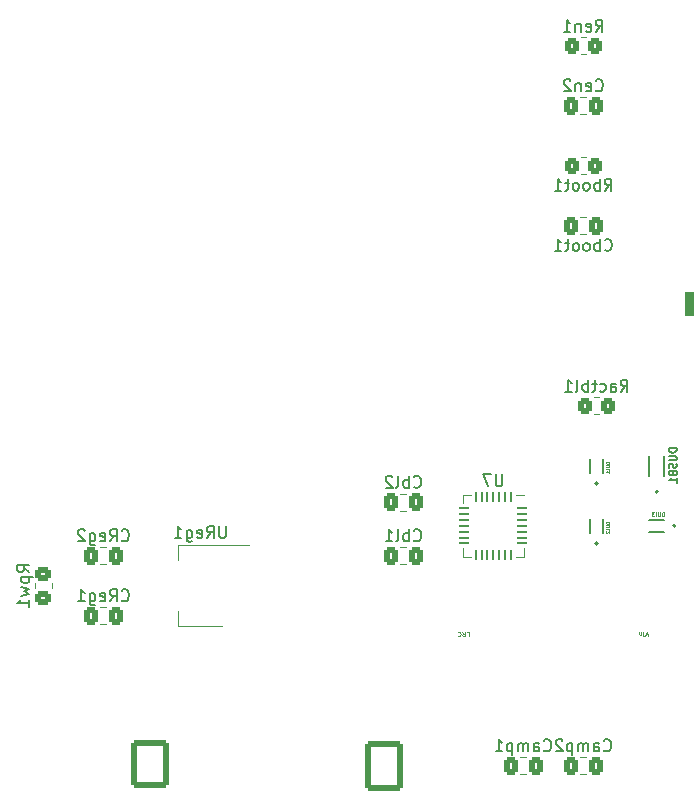
<source format=gbo>
%TF.GenerationSoftware,KiCad,Pcbnew,6.0.2+dfsg-1*%
%TF.CreationDate,2022-10-25T22:12:17-05:00*%
%TF.ProjectId,amiplanta,616d6970-6c61-46e7-9461-2e6b69636164,rev?*%
%TF.SameCoordinates,Original*%
%TF.FileFunction,Legend,Bot*%
%TF.FilePolarity,Positive*%
%FSLAX46Y46*%
G04 Gerber Fmt 4.6, Leading zero omitted, Abs format (unit mm)*
G04 Created by KiCad (PCBNEW 6.0.2+dfsg-1) date 2022-10-25 22:12:17*
%MOMM*%
%LPD*%
G01*
G04 APERTURE LIST*
G04 Aperture macros list*
%AMRoundRect*
0 Rectangle with rounded corners*
0 $1 Rounding radius*
0 $2 $3 $4 $5 $6 $7 $8 $9 X,Y pos of 4 corners*
0 Add a 4 corners polygon primitive as box body*
4,1,4,$2,$3,$4,$5,$6,$7,$8,$9,$2,$3,0*
0 Add four circle primitives for the rounded corners*
1,1,$1+$1,$2,$3*
1,1,$1+$1,$4,$5*
1,1,$1+$1,$6,$7*
1,1,$1+$1,$8,$9*
0 Add four rect primitives between the rounded corners*
20,1,$1+$1,$2,$3,$4,$5,0*
20,1,$1+$1,$4,$5,$6,$7,0*
20,1,$1+$1,$6,$7,$8,$9,0*
20,1,$1+$1,$8,$9,$2,$3,0*%
G04 Aperture macros list end*
%ADD10C,0.100000*%
%ADD11C,0.025000*%
%ADD12C,0.150000*%
%ADD13C,0.080000*%
%ADD14C,0.120000*%
%ADD15C,0.127000*%
%ADD16C,0.200000*%
%ADD17RoundRect,0.250000X1.800000X-1.330000X1.800000X1.330000X-1.800000X1.330000X-1.800000X-1.330000X0*%
%ADD18O,4.100000X3.160000*%
%ADD19C,3.810000*%
%ADD20C,1.500000*%
%ADD21R,3.500000X3.500000*%
%ADD22RoundRect,0.750000X-0.750000X-1.000000X0.750000X-1.000000X0.750000X1.000000X-0.750000X1.000000X0*%
%ADD23RoundRect,0.875000X-0.875000X-0.875000X0.875000X-0.875000X0.875000X0.875000X-0.875000X0.875000X0*%
%ADD24O,0.800000X0.800000*%
%ADD25O,1.800000X1.150000*%
%ADD26O,2.000000X1.450000*%
%ADD27R,1.700000X1.700000*%
%ADD28O,1.700000X1.700000*%
%ADD29C,7.400000*%
%ADD30RoundRect,0.250000X1.330000X1.850000X-1.330000X1.850000X-1.330000X-1.850000X1.330000X-1.850000X0*%
%ADD31O,3.160000X4.200000*%
%ADD32RoundRect,0.250000X1.330000X1.800000X-1.330000X1.800000X-1.330000X-1.800000X1.330000X-1.800000X0*%
%ADD33O,3.160000X4.100000*%
%ADD34R,2.000000X1.500000*%
%ADD35R,2.000000X3.800000*%
%ADD36R,0.460000X1.040000*%
%ADD37RoundRect,0.250000X0.337500X0.475000X-0.337500X0.475000X-0.337500X-0.475000X0.337500X-0.475000X0*%
%ADD38RoundRect,0.250000X0.350000X0.450000X-0.350000X0.450000X-0.350000X-0.450000X0.350000X-0.450000X0*%
%ADD39RoundRect,0.250000X-0.450000X0.350000X-0.450000X-0.350000X0.450000X-0.350000X0.450000X0.350000X0*%
%ADD40R,0.400000X0.480000*%
%ADD41R,0.480000X0.400000*%
%ADD42RoundRect,0.062500X0.337500X0.062500X-0.337500X0.062500X-0.337500X-0.062500X0.337500X-0.062500X0*%
%ADD43RoundRect,0.062500X0.062500X0.337500X-0.062500X0.337500X-0.062500X-0.337500X0.062500X-0.337500X0*%
%ADD44R,3.350000X3.350000*%
%ADD45RoundRect,0.250000X-0.337500X-0.475000X0.337500X-0.475000X0.337500X0.475000X-0.337500X0.475000X0*%
%ADD46RoundRect,0.250000X-0.350000X-0.450000X0.350000X-0.450000X0.350000X0.450000X-0.350000X0.450000X0*%
G04 APERTURE END LIST*
D10*
%TO.C,U2*%
X79016190Y-92783047D02*
X79206666Y-92783047D01*
X79206666Y-93183047D01*
X78654285Y-92783047D02*
X78787619Y-92973523D01*
X78882857Y-92783047D02*
X78882857Y-93183047D01*
X78730476Y-93183047D01*
X78692380Y-93164000D01*
X78673333Y-93144952D01*
X78654285Y-93106857D01*
X78654285Y-93049714D01*
X78673333Y-93011619D01*
X78692380Y-92992571D01*
X78730476Y-92973523D01*
X78882857Y-92973523D01*
X78254285Y-92821142D02*
X78273333Y-92802095D01*
X78330476Y-92783047D01*
X78368571Y-92783047D01*
X78425714Y-92802095D01*
X78463809Y-92840190D01*
X78482857Y-92878285D01*
X78501904Y-92954476D01*
X78501904Y-93011619D01*
X78482857Y-93087809D01*
X78463809Y-93125904D01*
X78425714Y-93164000D01*
X78368571Y-93183047D01*
X78330476Y-93183047D01*
X78273333Y-93164000D01*
X78254285Y-93144952D01*
D11*
X94389523Y-93183047D02*
X94256190Y-92783047D01*
X94122857Y-93183047D01*
X93989523Y-92783047D02*
X93989523Y-93049714D01*
X93989523Y-93183047D02*
X94008571Y-93164000D01*
X93989523Y-93144952D01*
X93970476Y-93164000D01*
X93989523Y-93183047D01*
X93989523Y-93144952D01*
X93799047Y-93049714D02*
X93799047Y-92783047D01*
X93799047Y-93011619D02*
X93780000Y-93030666D01*
X93741904Y-93049714D01*
X93684761Y-93049714D01*
X93646666Y-93030666D01*
X93627619Y-92992571D01*
X93627619Y-92783047D01*
D12*
%TO.C,UReg1*%
X58632857Y-83852380D02*
X58632857Y-84661904D01*
X58585238Y-84757142D01*
X58537619Y-84804761D01*
X58442380Y-84852380D01*
X58251904Y-84852380D01*
X58156666Y-84804761D01*
X58109047Y-84757142D01*
X58061428Y-84661904D01*
X58061428Y-83852380D01*
X57013809Y-84852380D02*
X57347142Y-84376190D01*
X57585238Y-84852380D02*
X57585238Y-83852380D01*
X57204285Y-83852380D01*
X57109047Y-83900000D01*
X57061428Y-83947619D01*
X57013809Y-84042857D01*
X57013809Y-84185714D01*
X57061428Y-84280952D01*
X57109047Y-84328571D01*
X57204285Y-84376190D01*
X57585238Y-84376190D01*
X56204285Y-84804761D02*
X56299523Y-84852380D01*
X56490000Y-84852380D01*
X56585238Y-84804761D01*
X56632857Y-84709523D01*
X56632857Y-84328571D01*
X56585238Y-84233333D01*
X56490000Y-84185714D01*
X56299523Y-84185714D01*
X56204285Y-84233333D01*
X56156666Y-84328571D01*
X56156666Y-84423809D01*
X56632857Y-84519047D01*
X55299523Y-84185714D02*
X55299523Y-84995238D01*
X55347142Y-85090476D01*
X55394761Y-85138095D01*
X55490000Y-85185714D01*
X55632857Y-85185714D01*
X55728095Y-85138095D01*
X55299523Y-84804761D02*
X55394761Y-84852380D01*
X55585238Y-84852380D01*
X55680476Y-84804761D01*
X55728095Y-84757142D01*
X55775714Y-84661904D01*
X55775714Y-84376190D01*
X55728095Y-84280952D01*
X55680476Y-84233333D01*
X55585238Y-84185714D01*
X55394761Y-84185714D01*
X55299523Y-84233333D01*
X54299523Y-84852380D02*
X54870952Y-84852380D01*
X54585238Y-84852380D02*
X54585238Y-83852380D01*
X54680476Y-83995238D01*
X54775714Y-84090476D01*
X54870952Y-84138095D01*
%TO.C,DUSB1*%
X96788223Y-77275619D02*
X96148223Y-77275619D01*
X96148223Y-77428000D01*
X96178700Y-77519428D01*
X96239652Y-77580380D01*
X96300604Y-77610857D01*
X96422509Y-77641333D01*
X96513938Y-77641333D01*
X96635842Y-77610857D01*
X96696795Y-77580380D01*
X96757747Y-77519428D01*
X96788223Y-77428000D01*
X96788223Y-77275619D01*
X96148223Y-77915619D02*
X96666319Y-77915619D01*
X96727271Y-77946095D01*
X96757747Y-77976571D01*
X96788223Y-78037523D01*
X96788223Y-78159428D01*
X96757747Y-78220380D01*
X96727271Y-78250857D01*
X96666319Y-78281333D01*
X96148223Y-78281333D01*
X96757747Y-78555619D02*
X96788223Y-78647047D01*
X96788223Y-78799428D01*
X96757747Y-78860380D01*
X96727271Y-78890857D01*
X96666319Y-78921333D01*
X96605366Y-78921333D01*
X96544414Y-78890857D01*
X96513938Y-78860380D01*
X96483461Y-78799428D01*
X96452985Y-78677523D01*
X96422509Y-78616571D01*
X96392033Y-78586095D01*
X96331080Y-78555619D01*
X96270128Y-78555619D01*
X96209176Y-78586095D01*
X96178700Y-78616571D01*
X96148223Y-78677523D01*
X96148223Y-78829904D01*
X96178700Y-78921333D01*
X96452985Y-79408952D02*
X96483461Y-79500380D01*
X96513938Y-79530857D01*
X96574890Y-79561333D01*
X96666319Y-79561333D01*
X96727271Y-79530857D01*
X96757747Y-79500380D01*
X96788223Y-79439428D01*
X96788223Y-79195619D01*
X96148223Y-79195619D01*
X96148223Y-79408952D01*
X96178700Y-79469904D01*
X96209176Y-79500380D01*
X96270128Y-79530857D01*
X96331080Y-79530857D01*
X96392033Y-79500380D01*
X96422509Y-79469904D01*
X96452985Y-79408952D01*
X96452985Y-79195619D01*
X96788223Y-80170857D02*
X96788223Y-79805142D01*
X96788223Y-79988000D02*
X96148223Y-79988000D01*
X96239652Y-79927047D01*
X96300604Y-79866095D01*
X96331080Y-79805142D01*
%TO.C,Cbl2*%
X74540952Y-80507142D02*
X74588571Y-80554761D01*
X74731428Y-80602380D01*
X74826666Y-80602380D01*
X74969523Y-80554761D01*
X75064761Y-80459523D01*
X75112380Y-80364285D01*
X75160000Y-80173809D01*
X75160000Y-80030952D01*
X75112380Y-79840476D01*
X75064761Y-79745238D01*
X74969523Y-79650000D01*
X74826666Y-79602380D01*
X74731428Y-79602380D01*
X74588571Y-79650000D01*
X74540952Y-79697619D01*
X74112380Y-80602380D02*
X74112380Y-79602380D01*
X74112380Y-79983333D02*
X74017142Y-79935714D01*
X73826666Y-79935714D01*
X73731428Y-79983333D01*
X73683809Y-80030952D01*
X73636190Y-80126190D01*
X73636190Y-80411904D01*
X73683809Y-80507142D01*
X73731428Y-80554761D01*
X73826666Y-80602380D01*
X74017142Y-80602380D01*
X74112380Y-80554761D01*
X73064761Y-80602380D02*
X73160000Y-80554761D01*
X73207619Y-80459523D01*
X73207619Y-79602380D01*
X72731428Y-79697619D02*
X72683809Y-79650000D01*
X72588571Y-79602380D01*
X72350476Y-79602380D01*
X72255238Y-79650000D01*
X72207619Y-79697619D01*
X72160000Y-79792857D01*
X72160000Y-79888095D01*
X72207619Y-80030952D01*
X72779047Y-80602380D01*
X72160000Y-80602380D01*
%TO.C,Ractbl1*%
X92059919Y-72462380D02*
X92393252Y-71986190D01*
X92631347Y-72462380D02*
X92631347Y-71462380D01*
X92250395Y-71462380D01*
X92155157Y-71510000D01*
X92107538Y-71557619D01*
X92059919Y-71652857D01*
X92059919Y-71795714D01*
X92107538Y-71890952D01*
X92155157Y-71938571D01*
X92250395Y-71986190D01*
X92631347Y-71986190D01*
X91202776Y-72462380D02*
X91202776Y-71938571D01*
X91250395Y-71843333D01*
X91345633Y-71795714D01*
X91536109Y-71795714D01*
X91631347Y-71843333D01*
X91202776Y-72414761D02*
X91298014Y-72462380D01*
X91536109Y-72462380D01*
X91631347Y-72414761D01*
X91678966Y-72319523D01*
X91678966Y-72224285D01*
X91631347Y-72129047D01*
X91536109Y-72081428D01*
X91298014Y-72081428D01*
X91202776Y-72033809D01*
X90298014Y-72414761D02*
X90393252Y-72462380D01*
X90583728Y-72462380D01*
X90678966Y-72414761D01*
X90726585Y-72367142D01*
X90774204Y-72271904D01*
X90774204Y-71986190D01*
X90726585Y-71890952D01*
X90678966Y-71843333D01*
X90583728Y-71795714D01*
X90393252Y-71795714D01*
X90298014Y-71843333D01*
X90012300Y-71795714D02*
X89631347Y-71795714D01*
X89869442Y-71462380D02*
X89869442Y-72319523D01*
X89821823Y-72414761D01*
X89726585Y-72462380D01*
X89631347Y-72462380D01*
X89298014Y-72462380D02*
X89298014Y-71462380D01*
X89298014Y-71843333D02*
X89202776Y-71795714D01*
X89012300Y-71795714D01*
X88917061Y-71843333D01*
X88869442Y-71890952D01*
X88821823Y-71986190D01*
X88821823Y-72271904D01*
X88869442Y-72367142D01*
X88917061Y-72414761D01*
X89012300Y-72462380D01*
X89202776Y-72462380D01*
X89298014Y-72414761D01*
X88250395Y-72462380D02*
X88345633Y-72414761D01*
X88393252Y-72319523D01*
X88393252Y-71462380D01*
X87345633Y-72462380D02*
X87917061Y-72462380D01*
X87631347Y-72462380D02*
X87631347Y-71462380D01*
X87726585Y-71605238D01*
X87821823Y-71700476D01*
X87917061Y-71748095D01*
%TO.C,Rpw1*%
X41982380Y-87757142D02*
X41506190Y-87423809D01*
X41982380Y-87185714D02*
X40982380Y-87185714D01*
X40982380Y-87566666D01*
X41030000Y-87661904D01*
X41077619Y-87709523D01*
X41172857Y-87757142D01*
X41315714Y-87757142D01*
X41410952Y-87709523D01*
X41458571Y-87661904D01*
X41506190Y-87566666D01*
X41506190Y-87185714D01*
X41315714Y-88185714D02*
X42315714Y-88185714D01*
X41363333Y-88185714D02*
X41315714Y-88280952D01*
X41315714Y-88471428D01*
X41363333Y-88566666D01*
X41410952Y-88614285D01*
X41506190Y-88661904D01*
X41791904Y-88661904D01*
X41887142Y-88614285D01*
X41934761Y-88566666D01*
X41982380Y-88471428D01*
X41982380Y-88280952D01*
X41934761Y-88185714D01*
X41315714Y-88995238D02*
X41982380Y-89185714D01*
X41506190Y-89376190D01*
X41982380Y-89566666D01*
X41315714Y-89757142D01*
X41982380Y-90661904D02*
X41982380Y-90090476D01*
X41982380Y-90376190D02*
X40982380Y-90376190D01*
X41125238Y-90280952D01*
X41220476Y-90185714D01*
X41268095Y-90090476D01*
D13*
%TO.C,DUl2*%
X91110261Y-83466380D02*
X90790261Y-83466380D01*
X90790261Y-83542571D01*
X90805500Y-83588285D01*
X90835976Y-83618761D01*
X90866452Y-83634000D01*
X90927404Y-83649238D01*
X90973119Y-83649238D01*
X91034071Y-83634000D01*
X91064547Y-83618761D01*
X91095023Y-83588285D01*
X91110261Y-83542571D01*
X91110261Y-83466380D01*
X90790261Y-83786380D02*
X91049309Y-83786380D01*
X91079785Y-83801619D01*
X91095023Y-83816857D01*
X91110261Y-83847333D01*
X91110261Y-83908285D01*
X91095023Y-83938761D01*
X91079785Y-83954000D01*
X91049309Y-83969238D01*
X90790261Y-83969238D01*
X91110261Y-84167333D02*
X91095023Y-84136857D01*
X91064547Y-84121619D01*
X90790261Y-84121619D01*
X90820738Y-84274000D02*
X90805500Y-84289238D01*
X90790261Y-84319714D01*
X90790261Y-84395904D01*
X90805500Y-84426380D01*
X90820738Y-84441619D01*
X90851214Y-84456857D01*
X90881690Y-84456857D01*
X90927404Y-84441619D01*
X91110261Y-84258761D01*
X91110261Y-84456857D01*
%TO.C,DUl3*%
X95713919Y-83011561D02*
X95713919Y-82691561D01*
X95637728Y-82691561D01*
X95592014Y-82706800D01*
X95561538Y-82737276D01*
X95546300Y-82767752D01*
X95531061Y-82828704D01*
X95531061Y-82874419D01*
X95546300Y-82935371D01*
X95561538Y-82965847D01*
X95592014Y-82996323D01*
X95637728Y-83011561D01*
X95713919Y-83011561D01*
X95393919Y-82691561D02*
X95393919Y-82950609D01*
X95378680Y-82981085D01*
X95363442Y-82996323D01*
X95332966Y-83011561D01*
X95272014Y-83011561D01*
X95241538Y-82996323D01*
X95226300Y-82981085D01*
X95211061Y-82950609D01*
X95211061Y-82691561D01*
X95012966Y-83011561D02*
X95043442Y-82996323D01*
X95058680Y-82965847D01*
X95058680Y-82691561D01*
X94921538Y-82691561D02*
X94723442Y-82691561D01*
X94830109Y-82813466D01*
X94784395Y-82813466D01*
X94753919Y-82828704D01*
X94738680Y-82843942D01*
X94723442Y-82874419D01*
X94723442Y-82950609D01*
X94738680Y-82981085D01*
X94753919Y-82996323D01*
X94784395Y-83011561D01*
X94875823Y-83011561D01*
X94906300Y-82996323D01*
X94921538Y-82981085D01*
%TO.C,DUl1*%
X91110261Y-78386380D02*
X90790261Y-78386380D01*
X90790261Y-78462571D01*
X90805500Y-78508285D01*
X90835976Y-78538761D01*
X90866452Y-78554000D01*
X90927404Y-78569238D01*
X90973119Y-78569238D01*
X91034071Y-78554000D01*
X91064547Y-78538761D01*
X91095023Y-78508285D01*
X91110261Y-78462571D01*
X91110261Y-78386380D01*
X90790261Y-78706380D02*
X91049309Y-78706380D01*
X91079785Y-78721619D01*
X91095023Y-78736857D01*
X91110261Y-78767333D01*
X91110261Y-78828285D01*
X91095023Y-78858761D01*
X91079785Y-78874000D01*
X91049309Y-78889238D01*
X90790261Y-78889238D01*
X91110261Y-79087333D02*
X91095023Y-79056857D01*
X91064547Y-79041619D01*
X90790261Y-79041619D01*
X91110261Y-79376857D02*
X91110261Y-79194000D01*
X91110261Y-79285428D02*
X90790261Y-79285428D01*
X90835976Y-79254952D01*
X90866452Y-79224476D01*
X90881690Y-79194000D01*
D12*
%TO.C,U7*%
X82041904Y-79472380D02*
X82041904Y-80281904D01*
X81994285Y-80377142D01*
X81946666Y-80424761D01*
X81851428Y-80472380D01*
X81660952Y-80472380D01*
X81565714Y-80424761D01*
X81518095Y-80377142D01*
X81470476Y-80281904D01*
X81470476Y-79472380D01*
X81089523Y-79472380D02*
X80422857Y-79472380D01*
X80851428Y-80472380D01*
%TO.C,CReg2*%
X49807619Y-85037142D02*
X49855238Y-85084761D01*
X49998095Y-85132380D01*
X50093333Y-85132380D01*
X50236190Y-85084761D01*
X50331428Y-84989523D01*
X50379047Y-84894285D01*
X50426666Y-84703809D01*
X50426666Y-84560952D01*
X50379047Y-84370476D01*
X50331428Y-84275238D01*
X50236190Y-84180000D01*
X50093333Y-84132380D01*
X49998095Y-84132380D01*
X49855238Y-84180000D01*
X49807619Y-84227619D01*
X48807619Y-85132380D02*
X49140952Y-84656190D01*
X49379047Y-85132380D02*
X49379047Y-84132380D01*
X48998095Y-84132380D01*
X48902857Y-84180000D01*
X48855238Y-84227619D01*
X48807619Y-84322857D01*
X48807619Y-84465714D01*
X48855238Y-84560952D01*
X48902857Y-84608571D01*
X48998095Y-84656190D01*
X49379047Y-84656190D01*
X47998095Y-85084761D02*
X48093333Y-85132380D01*
X48283809Y-85132380D01*
X48379047Y-85084761D01*
X48426666Y-84989523D01*
X48426666Y-84608571D01*
X48379047Y-84513333D01*
X48283809Y-84465714D01*
X48093333Y-84465714D01*
X47998095Y-84513333D01*
X47950476Y-84608571D01*
X47950476Y-84703809D01*
X48426666Y-84799047D01*
X47093333Y-84465714D02*
X47093333Y-85275238D01*
X47140952Y-85370476D01*
X47188571Y-85418095D01*
X47283809Y-85465714D01*
X47426666Y-85465714D01*
X47521904Y-85418095D01*
X47093333Y-85084761D02*
X47188571Y-85132380D01*
X47379047Y-85132380D01*
X47474285Y-85084761D01*
X47521904Y-85037142D01*
X47569523Y-84941904D01*
X47569523Y-84656190D01*
X47521904Y-84560952D01*
X47474285Y-84513333D01*
X47379047Y-84465714D01*
X47188571Y-84465714D01*
X47093333Y-84513333D01*
X46664761Y-84227619D02*
X46617142Y-84180000D01*
X46521904Y-84132380D01*
X46283809Y-84132380D01*
X46188571Y-84180000D01*
X46140952Y-84227619D01*
X46093333Y-84322857D01*
X46093333Y-84418095D01*
X46140952Y-84560952D01*
X46712380Y-85132380D01*
X46093333Y-85132380D01*
%TO.C,Cen2*%
X89947619Y-46937142D02*
X89995238Y-46984761D01*
X90138095Y-47032380D01*
X90233333Y-47032380D01*
X90376190Y-46984761D01*
X90471428Y-46889523D01*
X90519047Y-46794285D01*
X90566666Y-46603809D01*
X90566666Y-46460952D01*
X90519047Y-46270476D01*
X90471428Y-46175238D01*
X90376190Y-46080000D01*
X90233333Y-46032380D01*
X90138095Y-46032380D01*
X89995238Y-46080000D01*
X89947619Y-46127619D01*
X89138095Y-46984761D02*
X89233333Y-47032380D01*
X89423809Y-47032380D01*
X89519047Y-46984761D01*
X89566666Y-46889523D01*
X89566666Y-46508571D01*
X89519047Y-46413333D01*
X89423809Y-46365714D01*
X89233333Y-46365714D01*
X89138095Y-46413333D01*
X89090476Y-46508571D01*
X89090476Y-46603809D01*
X89566666Y-46699047D01*
X88661904Y-46365714D02*
X88661904Y-47032380D01*
X88661904Y-46460952D02*
X88614285Y-46413333D01*
X88519047Y-46365714D01*
X88376190Y-46365714D01*
X88280952Y-46413333D01*
X88233333Y-46508571D01*
X88233333Y-47032380D01*
X87804761Y-46127619D02*
X87757142Y-46080000D01*
X87661904Y-46032380D01*
X87423809Y-46032380D01*
X87328571Y-46080000D01*
X87280952Y-46127619D01*
X87233333Y-46222857D01*
X87233333Y-46318095D01*
X87280952Y-46460952D01*
X87852380Y-47032380D01*
X87233333Y-47032380D01*
%TO.C,Cboot1*%
X90709523Y-60457142D02*
X90757142Y-60504761D01*
X90900000Y-60552380D01*
X90995238Y-60552380D01*
X91138095Y-60504761D01*
X91233333Y-60409523D01*
X91280952Y-60314285D01*
X91328571Y-60123809D01*
X91328571Y-59980952D01*
X91280952Y-59790476D01*
X91233333Y-59695238D01*
X91138095Y-59600000D01*
X90995238Y-59552380D01*
X90900000Y-59552380D01*
X90757142Y-59600000D01*
X90709523Y-59647619D01*
X90280952Y-60552380D02*
X90280952Y-59552380D01*
X90280952Y-59933333D02*
X90185714Y-59885714D01*
X89995238Y-59885714D01*
X89900000Y-59933333D01*
X89852380Y-59980952D01*
X89804761Y-60076190D01*
X89804761Y-60361904D01*
X89852380Y-60457142D01*
X89900000Y-60504761D01*
X89995238Y-60552380D01*
X90185714Y-60552380D01*
X90280952Y-60504761D01*
X89233333Y-60552380D02*
X89328571Y-60504761D01*
X89376190Y-60457142D01*
X89423809Y-60361904D01*
X89423809Y-60076190D01*
X89376190Y-59980952D01*
X89328571Y-59933333D01*
X89233333Y-59885714D01*
X89090476Y-59885714D01*
X88995238Y-59933333D01*
X88947619Y-59980952D01*
X88900000Y-60076190D01*
X88900000Y-60361904D01*
X88947619Y-60457142D01*
X88995238Y-60504761D01*
X89090476Y-60552380D01*
X89233333Y-60552380D01*
X88328571Y-60552380D02*
X88423809Y-60504761D01*
X88471428Y-60457142D01*
X88519047Y-60361904D01*
X88519047Y-60076190D01*
X88471428Y-59980952D01*
X88423809Y-59933333D01*
X88328571Y-59885714D01*
X88185714Y-59885714D01*
X88090476Y-59933333D01*
X88042857Y-59980952D01*
X87995238Y-60076190D01*
X87995238Y-60361904D01*
X88042857Y-60457142D01*
X88090476Y-60504761D01*
X88185714Y-60552380D01*
X88328571Y-60552380D01*
X87709523Y-59885714D02*
X87328571Y-59885714D01*
X87566666Y-59552380D02*
X87566666Y-60409523D01*
X87519047Y-60504761D01*
X87423809Y-60552380D01*
X87328571Y-60552380D01*
X86471428Y-60552380D02*
X87042857Y-60552380D01*
X86757142Y-60552380D02*
X86757142Y-59552380D01*
X86852380Y-59695238D01*
X86947619Y-59790476D01*
X87042857Y-59838095D01*
%TO.C,Camp1*%
X85558095Y-102817142D02*
X85605714Y-102864761D01*
X85748571Y-102912380D01*
X85843809Y-102912380D01*
X85986666Y-102864761D01*
X86081904Y-102769523D01*
X86129523Y-102674285D01*
X86177142Y-102483809D01*
X86177142Y-102340952D01*
X86129523Y-102150476D01*
X86081904Y-102055238D01*
X85986666Y-101960000D01*
X85843809Y-101912380D01*
X85748571Y-101912380D01*
X85605714Y-101960000D01*
X85558095Y-102007619D01*
X84700952Y-102912380D02*
X84700952Y-102388571D01*
X84748571Y-102293333D01*
X84843809Y-102245714D01*
X85034285Y-102245714D01*
X85129523Y-102293333D01*
X84700952Y-102864761D02*
X84796190Y-102912380D01*
X85034285Y-102912380D01*
X85129523Y-102864761D01*
X85177142Y-102769523D01*
X85177142Y-102674285D01*
X85129523Y-102579047D01*
X85034285Y-102531428D01*
X84796190Y-102531428D01*
X84700952Y-102483809D01*
X84224761Y-102912380D02*
X84224761Y-102245714D01*
X84224761Y-102340952D02*
X84177142Y-102293333D01*
X84081904Y-102245714D01*
X83939047Y-102245714D01*
X83843809Y-102293333D01*
X83796190Y-102388571D01*
X83796190Y-102912380D01*
X83796190Y-102388571D02*
X83748571Y-102293333D01*
X83653333Y-102245714D01*
X83510476Y-102245714D01*
X83415238Y-102293333D01*
X83367619Y-102388571D01*
X83367619Y-102912380D01*
X82891428Y-102245714D02*
X82891428Y-103245714D01*
X82891428Y-102293333D02*
X82796190Y-102245714D01*
X82605714Y-102245714D01*
X82510476Y-102293333D01*
X82462857Y-102340952D01*
X82415238Y-102436190D01*
X82415238Y-102721904D01*
X82462857Y-102817142D01*
X82510476Y-102864761D01*
X82605714Y-102912380D01*
X82796190Y-102912380D01*
X82891428Y-102864761D01*
X81462857Y-102912380D02*
X82034285Y-102912380D01*
X81748571Y-102912380D02*
X81748571Y-101912380D01*
X81843809Y-102055238D01*
X81939047Y-102150476D01*
X82034285Y-102198095D01*
%TO.C,Ren1*%
X89947619Y-41982380D02*
X90280952Y-41506190D01*
X90519047Y-41982380D02*
X90519047Y-40982380D01*
X90138095Y-40982380D01*
X90042857Y-41030000D01*
X89995238Y-41077619D01*
X89947619Y-41172857D01*
X89947619Y-41315714D01*
X89995238Y-41410952D01*
X90042857Y-41458571D01*
X90138095Y-41506190D01*
X90519047Y-41506190D01*
X89138095Y-41934761D02*
X89233333Y-41982380D01*
X89423809Y-41982380D01*
X89519047Y-41934761D01*
X89566666Y-41839523D01*
X89566666Y-41458571D01*
X89519047Y-41363333D01*
X89423809Y-41315714D01*
X89233333Y-41315714D01*
X89138095Y-41363333D01*
X89090476Y-41458571D01*
X89090476Y-41553809D01*
X89566666Y-41649047D01*
X88661904Y-41315714D02*
X88661904Y-41982380D01*
X88661904Y-41410952D02*
X88614285Y-41363333D01*
X88519047Y-41315714D01*
X88376190Y-41315714D01*
X88280952Y-41363333D01*
X88233333Y-41458571D01*
X88233333Y-41982380D01*
X87233333Y-41982380D02*
X87804761Y-41982380D01*
X87519047Y-41982380D02*
X87519047Y-40982380D01*
X87614285Y-41125238D01*
X87709523Y-41220476D01*
X87804761Y-41268095D01*
%TO.C,Cbl1*%
X74540952Y-85037142D02*
X74588571Y-85084761D01*
X74731428Y-85132380D01*
X74826666Y-85132380D01*
X74969523Y-85084761D01*
X75064761Y-84989523D01*
X75112380Y-84894285D01*
X75160000Y-84703809D01*
X75160000Y-84560952D01*
X75112380Y-84370476D01*
X75064761Y-84275238D01*
X74969523Y-84180000D01*
X74826666Y-84132380D01*
X74731428Y-84132380D01*
X74588571Y-84180000D01*
X74540952Y-84227619D01*
X74112380Y-85132380D02*
X74112380Y-84132380D01*
X74112380Y-84513333D02*
X74017142Y-84465714D01*
X73826666Y-84465714D01*
X73731428Y-84513333D01*
X73683809Y-84560952D01*
X73636190Y-84656190D01*
X73636190Y-84941904D01*
X73683809Y-85037142D01*
X73731428Y-85084761D01*
X73826666Y-85132380D01*
X74017142Y-85132380D01*
X74112380Y-85084761D01*
X73064761Y-85132380D02*
X73160000Y-85084761D01*
X73207619Y-84989523D01*
X73207619Y-84132380D01*
X72160000Y-85132380D02*
X72731428Y-85132380D01*
X72445714Y-85132380D02*
X72445714Y-84132380D01*
X72540952Y-84275238D01*
X72636190Y-84370476D01*
X72731428Y-84418095D01*
%TO.C,Rboot1*%
X90709523Y-55442380D02*
X91042857Y-54966190D01*
X91280952Y-55442380D02*
X91280952Y-54442380D01*
X90900000Y-54442380D01*
X90804761Y-54490000D01*
X90757142Y-54537619D01*
X90709523Y-54632857D01*
X90709523Y-54775714D01*
X90757142Y-54870952D01*
X90804761Y-54918571D01*
X90900000Y-54966190D01*
X91280952Y-54966190D01*
X90280952Y-55442380D02*
X90280952Y-54442380D01*
X90280952Y-54823333D02*
X90185714Y-54775714D01*
X89995238Y-54775714D01*
X89900000Y-54823333D01*
X89852380Y-54870952D01*
X89804761Y-54966190D01*
X89804761Y-55251904D01*
X89852380Y-55347142D01*
X89900000Y-55394761D01*
X89995238Y-55442380D01*
X90185714Y-55442380D01*
X90280952Y-55394761D01*
X89233333Y-55442380D02*
X89328571Y-55394761D01*
X89376190Y-55347142D01*
X89423809Y-55251904D01*
X89423809Y-54966190D01*
X89376190Y-54870952D01*
X89328571Y-54823333D01*
X89233333Y-54775714D01*
X89090476Y-54775714D01*
X88995238Y-54823333D01*
X88947619Y-54870952D01*
X88900000Y-54966190D01*
X88900000Y-55251904D01*
X88947619Y-55347142D01*
X88995238Y-55394761D01*
X89090476Y-55442380D01*
X89233333Y-55442380D01*
X88328571Y-55442380D02*
X88423809Y-55394761D01*
X88471428Y-55347142D01*
X88519047Y-55251904D01*
X88519047Y-54966190D01*
X88471428Y-54870952D01*
X88423809Y-54823333D01*
X88328571Y-54775714D01*
X88185714Y-54775714D01*
X88090476Y-54823333D01*
X88042857Y-54870952D01*
X87995238Y-54966190D01*
X87995238Y-55251904D01*
X88042857Y-55347142D01*
X88090476Y-55394761D01*
X88185714Y-55442380D01*
X88328571Y-55442380D01*
X87709523Y-54775714D02*
X87328571Y-54775714D01*
X87566666Y-54442380D02*
X87566666Y-55299523D01*
X87519047Y-55394761D01*
X87423809Y-55442380D01*
X87328571Y-55442380D01*
X86471428Y-55442380D02*
X87042857Y-55442380D01*
X86757142Y-55442380D02*
X86757142Y-54442380D01*
X86852380Y-54585238D01*
X86947619Y-54680476D01*
X87042857Y-54728095D01*
%TO.C,CReg1*%
X49807619Y-90117142D02*
X49855238Y-90164761D01*
X49998095Y-90212380D01*
X50093333Y-90212380D01*
X50236190Y-90164761D01*
X50331428Y-90069523D01*
X50379047Y-89974285D01*
X50426666Y-89783809D01*
X50426666Y-89640952D01*
X50379047Y-89450476D01*
X50331428Y-89355238D01*
X50236190Y-89260000D01*
X50093333Y-89212380D01*
X49998095Y-89212380D01*
X49855238Y-89260000D01*
X49807619Y-89307619D01*
X48807619Y-90212380D02*
X49140952Y-89736190D01*
X49379047Y-90212380D02*
X49379047Y-89212380D01*
X48998095Y-89212380D01*
X48902857Y-89260000D01*
X48855238Y-89307619D01*
X48807619Y-89402857D01*
X48807619Y-89545714D01*
X48855238Y-89640952D01*
X48902857Y-89688571D01*
X48998095Y-89736190D01*
X49379047Y-89736190D01*
X47998095Y-90164761D02*
X48093333Y-90212380D01*
X48283809Y-90212380D01*
X48379047Y-90164761D01*
X48426666Y-90069523D01*
X48426666Y-89688571D01*
X48379047Y-89593333D01*
X48283809Y-89545714D01*
X48093333Y-89545714D01*
X47998095Y-89593333D01*
X47950476Y-89688571D01*
X47950476Y-89783809D01*
X48426666Y-89879047D01*
X47093333Y-89545714D02*
X47093333Y-90355238D01*
X47140952Y-90450476D01*
X47188571Y-90498095D01*
X47283809Y-90545714D01*
X47426666Y-90545714D01*
X47521904Y-90498095D01*
X47093333Y-90164761D02*
X47188571Y-90212380D01*
X47379047Y-90212380D01*
X47474285Y-90164761D01*
X47521904Y-90117142D01*
X47569523Y-90021904D01*
X47569523Y-89736190D01*
X47521904Y-89640952D01*
X47474285Y-89593333D01*
X47379047Y-89545714D01*
X47188571Y-89545714D01*
X47093333Y-89593333D01*
X46093333Y-90212380D02*
X46664761Y-90212380D01*
X46379047Y-90212380D02*
X46379047Y-89212380D01*
X46474285Y-89355238D01*
X46569523Y-89450476D01*
X46664761Y-89498095D01*
%TO.C,Camp2*%
X90638095Y-102817142D02*
X90685714Y-102864761D01*
X90828571Y-102912380D01*
X90923809Y-102912380D01*
X91066666Y-102864761D01*
X91161904Y-102769523D01*
X91209523Y-102674285D01*
X91257142Y-102483809D01*
X91257142Y-102340952D01*
X91209523Y-102150476D01*
X91161904Y-102055238D01*
X91066666Y-101960000D01*
X90923809Y-101912380D01*
X90828571Y-101912380D01*
X90685714Y-101960000D01*
X90638095Y-102007619D01*
X89780952Y-102912380D02*
X89780952Y-102388571D01*
X89828571Y-102293333D01*
X89923809Y-102245714D01*
X90114285Y-102245714D01*
X90209523Y-102293333D01*
X89780952Y-102864761D02*
X89876190Y-102912380D01*
X90114285Y-102912380D01*
X90209523Y-102864761D01*
X90257142Y-102769523D01*
X90257142Y-102674285D01*
X90209523Y-102579047D01*
X90114285Y-102531428D01*
X89876190Y-102531428D01*
X89780952Y-102483809D01*
X89304761Y-102912380D02*
X89304761Y-102245714D01*
X89304761Y-102340952D02*
X89257142Y-102293333D01*
X89161904Y-102245714D01*
X89019047Y-102245714D01*
X88923809Y-102293333D01*
X88876190Y-102388571D01*
X88876190Y-102912380D01*
X88876190Y-102388571D02*
X88828571Y-102293333D01*
X88733333Y-102245714D01*
X88590476Y-102245714D01*
X88495238Y-102293333D01*
X88447619Y-102388571D01*
X88447619Y-102912380D01*
X87971428Y-102245714D02*
X87971428Y-103245714D01*
X87971428Y-102293333D02*
X87876190Y-102245714D01*
X87685714Y-102245714D01*
X87590476Y-102293333D01*
X87542857Y-102340952D01*
X87495238Y-102436190D01*
X87495238Y-102721904D01*
X87542857Y-102817142D01*
X87590476Y-102864761D01*
X87685714Y-102912380D01*
X87876190Y-102912380D01*
X87971428Y-102864761D01*
X87114285Y-102007619D02*
X87066666Y-101960000D01*
X86971428Y-101912380D01*
X86733333Y-101912380D01*
X86638095Y-101960000D01*
X86590476Y-102007619D01*
X86542857Y-102102857D01*
X86542857Y-102198095D01*
X86590476Y-102340952D01*
X87161904Y-102912380D01*
X86542857Y-102912380D01*
D14*
%TO.C,UReg1*%
X60590000Y-85490000D02*
X54580000Y-85490000D01*
X54580000Y-92310000D02*
X54580000Y-91050000D01*
X58340000Y-92310000D02*
X54580000Y-92310000D01*
X54580000Y-85490000D02*
X54580000Y-86750000D01*
D15*
%TO.C,DUSB1*%
X94442300Y-79590000D02*
X94442300Y-77890000D01*
X95742300Y-77890000D02*
X95742300Y-79590000D01*
D16*
X95192300Y-80940000D02*
G75*
G03*
X95192300Y-80940000I-100000J0D01*
G01*
D14*
%TO.C,Cbl2*%
X73921252Y-81095000D02*
X73398748Y-81095000D01*
X73921252Y-82565000D02*
X73398748Y-82565000D01*
%TO.C,Ractbl1*%
X90239364Y-72925000D02*
X89785236Y-72925000D01*
X90239364Y-74395000D02*
X89785236Y-74395000D01*
%TO.C,Rpw1*%
X42445000Y-88672936D02*
X42445000Y-89127064D01*
X43915000Y-88672936D02*
X43915000Y-89127064D01*
D15*
%TO.C,DUl2*%
X90532300Y-84420000D02*
X90532300Y-83220000D01*
X89492300Y-83220000D02*
X89492300Y-84420000D01*
D16*
X90112300Y-85320000D02*
G75*
G03*
X90112300Y-85320000I-100000J0D01*
G01*
D15*
%TO.C,DUl3*%
X94492300Y-84340000D02*
X95692300Y-84340000D01*
X95692300Y-83300000D02*
X94492300Y-83300000D01*
D16*
X96692300Y-83820000D02*
G75*
G03*
X96692300Y-83820000I-100000J0D01*
G01*
D15*
%TO.C,DUl1*%
X90532300Y-79340000D02*
X90532300Y-78140000D01*
X89492300Y-78140000D02*
X89492300Y-79340000D01*
D16*
X90112300Y-80240000D02*
G75*
G03*
X90112300Y-80240000I-100000J0D01*
G01*
D14*
%TO.C,U7*%
X78670000Y-81210000D02*
X78670000Y-81935000D01*
X83890000Y-86430000D02*
X83890000Y-85705000D01*
X78670000Y-86430000D02*
X78670000Y-85705000D01*
X83165000Y-81210000D02*
X83890000Y-81210000D01*
X83165000Y-86430000D02*
X83890000Y-86430000D01*
X79395000Y-81210000D02*
X78670000Y-81210000D01*
X79395000Y-86430000D02*
X78670000Y-86430000D01*
%TO.C,CReg2*%
X48521252Y-87095000D02*
X47998748Y-87095000D01*
X48521252Y-85625000D02*
X47998748Y-85625000D01*
%TO.C,Cen2*%
X89161252Y-48995000D02*
X88638748Y-48995000D01*
X89161252Y-47525000D02*
X88638748Y-47525000D01*
%TO.C,Cboot1*%
X88638748Y-57685000D02*
X89161252Y-57685000D01*
X88638748Y-59155000D02*
X89161252Y-59155000D01*
%TO.C,Camp1*%
X84081252Y-104875000D02*
X83558748Y-104875000D01*
X84081252Y-103405000D02*
X83558748Y-103405000D01*
%TO.C,Ren1*%
X89127064Y-42445000D02*
X88672936Y-42445000D01*
X89127064Y-43915000D02*
X88672936Y-43915000D01*
%TO.C,Cbl1*%
X73921252Y-87095000D02*
X73398748Y-87095000D01*
X73921252Y-85625000D02*
X73398748Y-85625000D01*
%TO.C,Rboot1*%
X88672936Y-52605000D02*
X89127064Y-52605000D01*
X88672936Y-54075000D02*
X89127064Y-54075000D01*
%TO.C,CReg1*%
X48521252Y-90705000D02*
X47998748Y-90705000D01*
X48521252Y-92175000D02*
X47998748Y-92175000D01*
%TO.C,Camp2*%
X89161252Y-103405000D02*
X88638748Y-103405000D01*
X89161252Y-104875000D02*
X88638748Y-104875000D01*
%TD*%
%LPC*%
D17*
%TO.C,Jtem1*%
X33125000Y-90320000D03*
D18*
X33125000Y-86360000D03*
X33125000Y-82400000D03*
%TD*%
D19*
%TO.C,U2*%
X92710000Y-108585000D03*
X80010000Y-108585000D03*
D20*
X93980000Y-94615000D03*
X91440000Y-94615000D03*
X88900000Y-94615000D03*
X86360000Y-94615000D03*
X83820000Y-94615000D03*
X81280000Y-94615000D03*
X78740000Y-94615000D03*
%TD*%
D21*
%TO.C,J1*%
X105060000Y-65082500D03*
D22*
X99060000Y-65082500D03*
D23*
X102060000Y-69782500D03*
%TD*%
D17*
%TO.C,Jmov1*%
X33125000Y-105560000D03*
D18*
X33125000Y-101600000D03*
X33125000Y-97640000D03*
%TD*%
D24*
%TO.C,J2*%
X100800000Y-81240000D03*
X100800000Y-76240000D03*
D25*
X103550000Y-74865000D03*
X103550000Y-82615000D03*
D26*
X99750000Y-75015000D03*
X99750000Y-82465000D03*
%TD*%
D27*
%TO.C,J3*%
X104140000Y-91440000D03*
D28*
X104140000Y-88900000D03*
X104140000Y-86360000D03*
%TD*%
D29*
%TO.C,REF\u002A\u002A*%
X28050000Y-46600000D03*
%TD*%
D30*
%TO.C,Joled1*%
X71980000Y-104140000D03*
D31*
X68020000Y-104140000D03*
X64060000Y-104140000D03*
X60100000Y-104140000D03*
%TD*%
D32*
%TO.C,Jhum1*%
X52220000Y-104035000D03*
D33*
X48260000Y-104035000D03*
X44300000Y-104035000D03*
%TD*%
D17*
%TO.C,Jluc1*%
X33125000Y-75940000D03*
D18*
X33125000Y-71980000D03*
X33125000Y-68020000D03*
X33125000Y-64060000D03*
X33125000Y-60100000D03*
X33125000Y-56140000D03*
%TD*%
D34*
%TO.C,UReg1*%
X59640000Y-86600000D03*
X59640000Y-88900000D03*
D35*
X53340000Y-88900000D03*
D34*
X59640000Y-91200000D03*
%TD*%
D36*
%TO.C,DUSB1*%
X95092300Y-77550000D03*
X95092300Y-79930000D03*
%TD*%
D37*
%TO.C,Cbl2*%
X74697500Y-81830000D03*
X72622500Y-81830000D03*
%TD*%
D38*
%TO.C,Ractbl1*%
X91012300Y-73660000D03*
X89012300Y-73660000D03*
%TD*%
D39*
%TO.C,Rpw1*%
X43180000Y-87900000D03*
X43180000Y-89900000D03*
%TD*%
D40*
%TO.C,DUl2*%
X90012300Y-84480000D03*
X90012300Y-83160000D03*
%TD*%
D41*
%TO.C,DUl3*%
X95752300Y-83820000D03*
X94432300Y-83820000D03*
%TD*%
D40*
%TO.C,DUl1*%
X90012300Y-79400000D03*
X90012300Y-78080000D03*
%TD*%
D42*
%TO.C,U7*%
X83730000Y-82320000D03*
X83730000Y-82820000D03*
X83730000Y-83320000D03*
X83730000Y-83820000D03*
X83730000Y-84320000D03*
X83730000Y-84820000D03*
X83730000Y-85320000D03*
D43*
X82780000Y-86270000D03*
X82280000Y-86270000D03*
X81780000Y-86270000D03*
X81280000Y-86270000D03*
X80780000Y-86270000D03*
X80280000Y-86270000D03*
X79780000Y-86270000D03*
D42*
X78830000Y-85320000D03*
X78830000Y-84820000D03*
X78830000Y-84320000D03*
X78830000Y-83820000D03*
X78830000Y-83320000D03*
X78830000Y-82820000D03*
X78830000Y-82320000D03*
D43*
X79780000Y-81370000D03*
X80280000Y-81370000D03*
X80780000Y-81370000D03*
X81280000Y-81370000D03*
X81780000Y-81370000D03*
X82280000Y-81370000D03*
X82780000Y-81370000D03*
D44*
X81280000Y-83820000D03*
%TD*%
D37*
%TO.C,CReg2*%
X49297500Y-86360000D03*
X47222500Y-86360000D03*
%TD*%
%TO.C,Cen2*%
X89937500Y-48260000D03*
X87862500Y-48260000D03*
%TD*%
D45*
%TO.C,Cboot1*%
X87862500Y-58420000D03*
X89937500Y-58420000D03*
%TD*%
D37*
%TO.C,Camp1*%
X84857500Y-104140000D03*
X82782500Y-104140000D03*
%TD*%
D38*
%TO.C,Ren1*%
X89900000Y-43180000D03*
X87900000Y-43180000D03*
%TD*%
D37*
%TO.C,Cbl1*%
X74697500Y-86360000D03*
X72622500Y-86360000D03*
%TD*%
D46*
%TO.C,Rboot1*%
X87900000Y-53340000D03*
X89900000Y-53340000D03*
%TD*%
D37*
%TO.C,CReg1*%
X49297500Y-91440000D03*
X47222500Y-91440000D03*
%TD*%
%TO.C,Camp2*%
X89937500Y-104140000D03*
X87862500Y-104140000D03*
%TD*%
M02*

</source>
